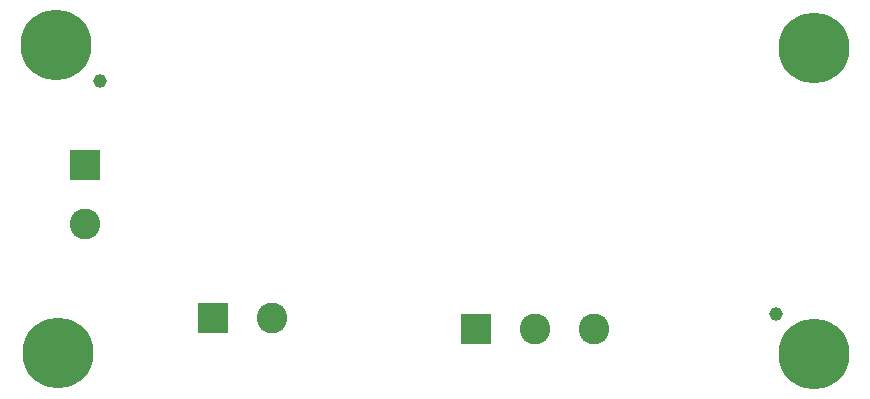
<source format=gbs>
G04 #@! TF.GenerationSoftware,KiCad,Pcbnew,7.0.8*
G04 #@! TF.CreationDate,2023-11-17T13:56:22+01:00*
G04 #@! TF.ProjectId,shmoergh-dual-rail-psu,73686d6f-6572-4676-982d-6475616c2d72,rev?*
G04 #@! TF.SameCoordinates,Original*
G04 #@! TF.FileFunction,Soldermask,Bot*
G04 #@! TF.FilePolarity,Negative*
%FSLAX46Y46*%
G04 Gerber Fmt 4.6, Leading zero omitted, Abs format (unit mm)*
G04 Created by KiCad (PCBNEW 7.0.8) date 2023-11-17 13:56:22*
%MOMM*%
%LPD*%
G01*
G04 APERTURE LIST*
%ADD10C,6.000000*%
%ADD11C,1.152000*%
%ADD12R,2.600000X2.600000*%
%ADD13C,2.600000*%
G04 APERTURE END LIST*
D10*
X86487000Y-44577000D03*
X86487000Y-18669000D03*
X22352000Y-18415000D03*
X22479000Y-44450000D03*
D11*
X26035000Y-21463000D03*
X83312000Y-41148000D03*
D12*
X24765000Y-28556000D03*
D13*
X24765000Y-33556000D03*
D12*
X35640000Y-41506000D03*
D13*
X40640000Y-41506000D03*
D12*
X57865000Y-42418000D03*
D13*
X62865000Y-42418000D03*
X67865000Y-42418000D03*
M02*

</source>
